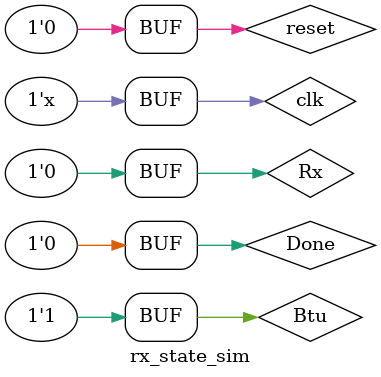
<source format=v>
`timescale 1ns / 1ps


module rx_state_sim;

	// Inputs
	reg Rx;
	reg Btu;
	reg Done;
	reg clk;
	reg reset;

	// Outputs
	wire DoIt;
	wire Start;

	// Instantiate the Unit Under Test (UUT)
	RxStateMachine uut (
		.Rx(Rx), 
		.Btu(Btu), 
		.Done(Done), 
		.clk(clk), 
		.reset(reset), 
		.DoIt(DoIt), 
		.Start(Start)
	);
	always #5 clk = ~clk;
	initial begin
		// Initialize Inputs
		Rx = 0;	Btu = 0;	Done = 0;	clk = 0;	reset = 0;
		reset = 1; #100; reset =0;
        
		Rx = 1; #500;
		Rx = 0; #500;
		Rx = 0; Btu = 1; #500;
		#100;
		// Add stimulus here

	end
      
endmodule


</source>
